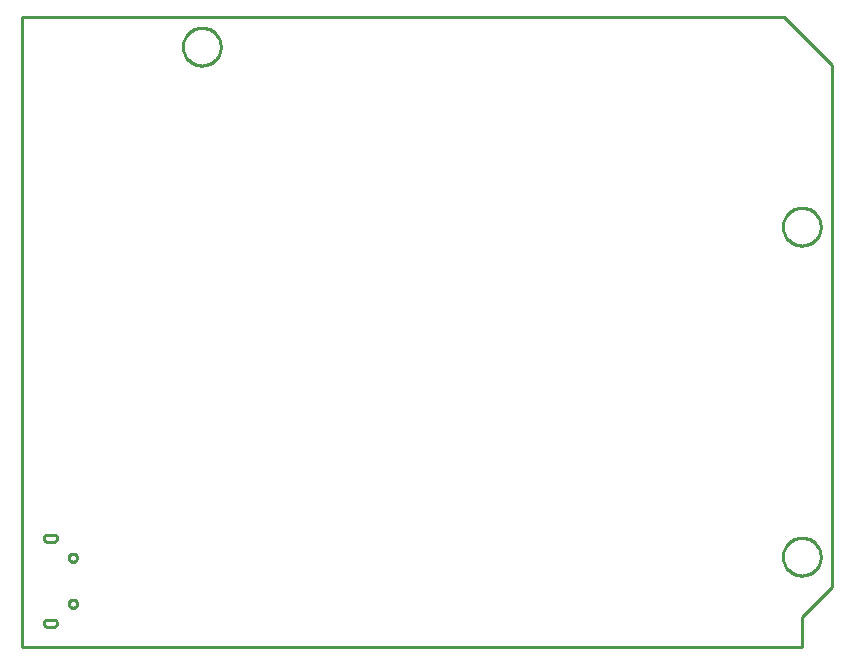
<source format=gbr>
G04 EAGLE Gerber RS-274X export*
G75*
%MOMM*%
%FSLAX34Y34*%
%LPD*%
%IN*%
%IPPOS*%
%AMOC8*
5,1,8,0,0,1.08239X$1,22.5*%
G01*
%ADD10C,0.254000*%


D10*
X0Y0D02*
X660400Y0D01*
X660400Y25400D01*
X685800Y50800D01*
X685800Y492760D01*
X645160Y533400D01*
X0Y533400D01*
X0Y0D01*
X18680Y19880D02*
X18669Y19639D01*
X18678Y19399D01*
X18709Y19160D01*
X18760Y18924D01*
X18832Y18694D01*
X18923Y18472D01*
X19034Y18257D01*
X19163Y18054D01*
X19309Y17862D01*
X19471Y17684D01*
X19648Y17521D01*
X19839Y17373D01*
X20041Y17243D01*
X20255Y17131D01*
X20477Y17038D01*
X20706Y16965D01*
X20941Y16912D01*
X21180Y16880D01*
X27180Y16880D01*
X27419Y16912D01*
X27654Y16965D01*
X27883Y17038D01*
X28105Y17131D01*
X28319Y17243D01*
X28522Y17373D01*
X28712Y17521D01*
X28889Y17684D01*
X29051Y17862D01*
X29197Y18054D01*
X29326Y18257D01*
X29437Y18472D01*
X29528Y18694D01*
X29600Y18924D01*
X29651Y19160D01*
X29682Y19399D01*
X29691Y19639D01*
X29680Y19880D01*
X29691Y20121D01*
X29682Y20361D01*
X29651Y20600D01*
X29600Y20836D01*
X29528Y21066D01*
X29437Y21289D01*
X29326Y21503D01*
X29197Y21706D01*
X29051Y21898D01*
X28889Y22076D01*
X28712Y22239D01*
X28522Y22387D01*
X28319Y22517D01*
X28105Y22629D01*
X27883Y22722D01*
X27654Y22795D01*
X27419Y22848D01*
X27180Y22880D01*
X21180Y22880D01*
X20941Y22848D01*
X20706Y22795D01*
X20477Y22722D01*
X20255Y22629D01*
X20041Y22517D01*
X19839Y22387D01*
X19648Y22239D01*
X19471Y22076D01*
X19309Y21898D01*
X19163Y21706D01*
X19034Y21503D01*
X18923Y21289D01*
X18832Y21066D01*
X18760Y20836D01*
X18709Y20600D01*
X18678Y20361D01*
X18669Y20121D01*
X18680Y19880D01*
X18680Y91880D02*
X18669Y91639D01*
X18678Y91399D01*
X18709Y91160D01*
X18760Y90924D01*
X18832Y90694D01*
X18923Y90472D01*
X19034Y90257D01*
X19163Y90054D01*
X19309Y89862D01*
X19471Y89684D01*
X19648Y89521D01*
X19839Y89373D01*
X20041Y89243D01*
X20255Y89131D01*
X20477Y89038D01*
X20706Y88965D01*
X20941Y88912D01*
X21180Y88880D01*
X27180Y88880D01*
X27419Y88912D01*
X27654Y88965D01*
X27883Y89038D01*
X28105Y89131D01*
X28319Y89243D01*
X28522Y89373D01*
X28712Y89521D01*
X28889Y89684D01*
X29051Y89862D01*
X29197Y90054D01*
X29326Y90257D01*
X29437Y90472D01*
X29528Y90694D01*
X29600Y90924D01*
X29651Y91160D01*
X29682Y91399D01*
X29691Y91639D01*
X29680Y91880D01*
X29691Y92121D01*
X29682Y92361D01*
X29651Y92600D01*
X29600Y92836D01*
X29528Y93066D01*
X29437Y93289D01*
X29326Y93503D01*
X29197Y93706D01*
X29051Y93898D01*
X28889Y94076D01*
X28712Y94239D01*
X28522Y94387D01*
X28319Y94517D01*
X28105Y94629D01*
X27883Y94722D01*
X27654Y94795D01*
X27419Y94848D01*
X27180Y94880D01*
X21180Y94880D01*
X20941Y94848D01*
X20706Y94795D01*
X20477Y94722D01*
X20255Y94629D01*
X20041Y94517D01*
X19839Y94387D01*
X19648Y94239D01*
X19471Y94076D01*
X19309Y93898D01*
X19163Y93706D01*
X19034Y93503D01*
X18923Y93289D01*
X18832Y93066D01*
X18760Y92836D01*
X18709Y92600D01*
X18678Y92361D01*
X18669Y92121D01*
X18680Y91880D01*
X168400Y507476D02*
X168332Y506431D01*
X168195Y505392D01*
X167990Y504365D01*
X167719Y503353D01*
X167383Y502361D01*
X166982Y501393D01*
X166518Y500454D01*
X165995Y499546D01*
X165413Y498675D01*
X164775Y497844D01*
X164084Y497057D01*
X163343Y496316D01*
X162556Y495625D01*
X161725Y494988D01*
X160854Y494406D01*
X159946Y493882D01*
X159007Y493418D01*
X158039Y493017D01*
X157047Y492681D01*
X156035Y492410D01*
X155008Y492205D01*
X153969Y492069D01*
X152924Y492000D01*
X151876Y492000D01*
X150831Y492069D01*
X149792Y492205D01*
X148765Y492410D01*
X147753Y492681D01*
X146761Y493017D01*
X145793Y493418D01*
X144854Y493882D01*
X143946Y494406D01*
X143075Y494988D01*
X142244Y495625D01*
X141457Y496316D01*
X140716Y497057D01*
X140025Y497844D01*
X139388Y498675D01*
X138806Y499546D01*
X138282Y500454D01*
X137818Y501393D01*
X137417Y502361D01*
X137081Y503353D01*
X136810Y504365D01*
X136605Y505392D01*
X136469Y506431D01*
X136400Y507476D01*
X136400Y508524D01*
X136469Y509569D01*
X136605Y510608D01*
X136810Y511635D01*
X137081Y512647D01*
X137417Y513639D01*
X137818Y514607D01*
X138282Y515546D01*
X138806Y516454D01*
X139388Y517325D01*
X140025Y518156D01*
X140716Y518943D01*
X141457Y519684D01*
X142244Y520375D01*
X143075Y521013D01*
X143946Y521595D01*
X144854Y522118D01*
X145793Y522582D01*
X146761Y522983D01*
X147753Y523319D01*
X148765Y523590D01*
X149792Y523795D01*
X150831Y523932D01*
X151876Y524000D01*
X152924Y524000D01*
X153969Y523932D01*
X155008Y523795D01*
X156035Y523590D01*
X157047Y523319D01*
X158039Y522983D01*
X159007Y522582D01*
X159946Y522118D01*
X160854Y521595D01*
X161725Y521013D01*
X162556Y520375D01*
X163343Y519684D01*
X164084Y518943D01*
X164775Y518156D01*
X165413Y517325D01*
X165995Y516454D01*
X166518Y515546D01*
X166982Y514607D01*
X167383Y513639D01*
X167719Y512647D01*
X167990Y511635D01*
X168195Y510608D01*
X168332Y509569D01*
X168400Y508524D01*
X168400Y507476D01*
X676400Y75676D02*
X676332Y74631D01*
X676195Y73592D01*
X675990Y72565D01*
X675719Y71553D01*
X675383Y70561D01*
X674982Y69593D01*
X674518Y68654D01*
X673995Y67746D01*
X673413Y66875D01*
X672775Y66044D01*
X672084Y65257D01*
X671343Y64516D01*
X670556Y63825D01*
X669725Y63188D01*
X668854Y62606D01*
X667946Y62082D01*
X667007Y61618D01*
X666039Y61217D01*
X665047Y60881D01*
X664035Y60610D01*
X663008Y60405D01*
X661969Y60269D01*
X660924Y60200D01*
X659876Y60200D01*
X658831Y60269D01*
X657792Y60405D01*
X656765Y60610D01*
X655753Y60881D01*
X654761Y61217D01*
X653793Y61618D01*
X652854Y62082D01*
X651946Y62606D01*
X651075Y63188D01*
X650244Y63825D01*
X649457Y64516D01*
X648716Y65257D01*
X648025Y66044D01*
X647388Y66875D01*
X646806Y67746D01*
X646282Y68654D01*
X645818Y69593D01*
X645417Y70561D01*
X645081Y71553D01*
X644810Y72565D01*
X644605Y73592D01*
X644469Y74631D01*
X644400Y75676D01*
X644400Y76724D01*
X644469Y77769D01*
X644605Y78808D01*
X644810Y79835D01*
X645081Y80847D01*
X645417Y81839D01*
X645818Y82807D01*
X646282Y83746D01*
X646806Y84654D01*
X647388Y85525D01*
X648025Y86356D01*
X648716Y87143D01*
X649457Y87884D01*
X650244Y88575D01*
X651075Y89213D01*
X651946Y89795D01*
X652854Y90318D01*
X653793Y90782D01*
X654761Y91183D01*
X655753Y91519D01*
X656765Y91790D01*
X657792Y91995D01*
X658831Y92132D01*
X659876Y92200D01*
X660924Y92200D01*
X661969Y92132D01*
X663008Y91995D01*
X664035Y91790D01*
X665047Y91519D01*
X666039Y91183D01*
X667007Y90782D01*
X667946Y90318D01*
X668854Y89795D01*
X669725Y89213D01*
X670556Y88575D01*
X671343Y87884D01*
X672084Y87143D01*
X672775Y86356D01*
X673413Y85525D01*
X673995Y84654D01*
X674518Y83746D01*
X674982Y82807D01*
X675383Y81839D01*
X675719Y80847D01*
X675990Y79835D01*
X676195Y78808D01*
X676332Y77769D01*
X676400Y76724D01*
X676400Y75676D01*
X676400Y355076D02*
X676332Y354031D01*
X676195Y352992D01*
X675990Y351965D01*
X675719Y350953D01*
X675383Y349961D01*
X674982Y348993D01*
X674518Y348054D01*
X673995Y347146D01*
X673413Y346275D01*
X672775Y345444D01*
X672084Y344657D01*
X671343Y343916D01*
X670556Y343225D01*
X669725Y342588D01*
X668854Y342006D01*
X667946Y341482D01*
X667007Y341018D01*
X666039Y340617D01*
X665047Y340281D01*
X664035Y340010D01*
X663008Y339805D01*
X661969Y339669D01*
X660924Y339600D01*
X659876Y339600D01*
X658831Y339669D01*
X657792Y339805D01*
X656765Y340010D01*
X655753Y340281D01*
X654761Y340617D01*
X653793Y341018D01*
X652854Y341482D01*
X651946Y342006D01*
X651075Y342588D01*
X650244Y343225D01*
X649457Y343916D01*
X648716Y344657D01*
X648025Y345444D01*
X647388Y346275D01*
X646806Y347146D01*
X646282Y348054D01*
X645818Y348993D01*
X645417Y349961D01*
X645081Y350953D01*
X644810Y351965D01*
X644605Y352992D01*
X644469Y354031D01*
X644400Y355076D01*
X644400Y356124D01*
X644469Y357169D01*
X644605Y358208D01*
X644810Y359235D01*
X645081Y360247D01*
X645417Y361239D01*
X645818Y362207D01*
X646282Y363146D01*
X646806Y364054D01*
X647388Y364925D01*
X648025Y365756D01*
X648716Y366543D01*
X649457Y367284D01*
X650244Y367975D01*
X651075Y368613D01*
X651946Y369195D01*
X652854Y369718D01*
X653793Y370182D01*
X654761Y370583D01*
X655753Y370919D01*
X656765Y371190D01*
X657792Y371395D01*
X658831Y371532D01*
X659876Y371600D01*
X660924Y371600D01*
X661969Y371532D01*
X663008Y371395D01*
X664035Y371190D01*
X665047Y370919D01*
X666039Y370583D01*
X667007Y370182D01*
X667946Y369718D01*
X668854Y369195D01*
X669725Y368613D01*
X670556Y367975D01*
X671343Y367284D01*
X672084Y366543D01*
X672775Y365756D01*
X673413Y364925D01*
X673995Y364054D01*
X674518Y363146D01*
X674982Y362207D01*
X675383Y361239D01*
X675719Y360247D01*
X675990Y359235D01*
X676195Y358208D01*
X676332Y357169D01*
X676400Y356124D01*
X676400Y355076D01*
X42951Y71880D02*
X42496Y71940D01*
X42053Y72059D01*
X41629Y72234D01*
X41231Y72464D01*
X40867Y72743D01*
X40543Y73067D01*
X40264Y73431D01*
X40034Y73829D01*
X39859Y74253D01*
X39740Y74696D01*
X39680Y75151D01*
X39680Y75609D01*
X39740Y76064D01*
X39859Y76507D01*
X40034Y76931D01*
X40264Y77329D01*
X40543Y77693D01*
X40867Y78017D01*
X41231Y78296D01*
X41629Y78526D01*
X42053Y78701D01*
X42496Y78820D01*
X42951Y78880D01*
X43409Y78880D01*
X43864Y78820D01*
X44307Y78701D01*
X44731Y78526D01*
X45129Y78296D01*
X45493Y78017D01*
X45817Y77693D01*
X46096Y77329D01*
X46326Y76931D01*
X46501Y76507D01*
X46620Y76064D01*
X46680Y75609D01*
X46680Y75151D01*
X46620Y74696D01*
X46501Y74253D01*
X46326Y73829D01*
X46096Y73431D01*
X45817Y73067D01*
X45493Y72743D01*
X45129Y72464D01*
X44731Y72234D01*
X44307Y72059D01*
X43864Y71940D01*
X43409Y71880D01*
X42951Y71880D01*
X42951Y32880D02*
X42496Y32940D01*
X42053Y33059D01*
X41629Y33234D01*
X41231Y33464D01*
X40867Y33743D01*
X40543Y34067D01*
X40264Y34431D01*
X40034Y34829D01*
X39859Y35253D01*
X39740Y35696D01*
X39680Y36151D01*
X39680Y36609D01*
X39740Y37064D01*
X39859Y37507D01*
X40034Y37931D01*
X40264Y38329D01*
X40543Y38693D01*
X40867Y39017D01*
X41231Y39296D01*
X41629Y39526D01*
X42053Y39701D01*
X42496Y39820D01*
X42951Y39880D01*
X43409Y39880D01*
X43864Y39820D01*
X44307Y39701D01*
X44731Y39526D01*
X45129Y39296D01*
X45493Y39017D01*
X45817Y38693D01*
X46096Y38329D01*
X46326Y37931D01*
X46501Y37507D01*
X46620Y37064D01*
X46680Y36609D01*
X46680Y36151D01*
X46620Y35696D01*
X46501Y35253D01*
X46326Y34829D01*
X46096Y34431D01*
X45817Y34067D01*
X45493Y33743D01*
X45129Y33464D01*
X44731Y33234D01*
X44307Y33059D01*
X43864Y32940D01*
X43409Y32880D01*
X42951Y32880D01*
M02*

</source>
